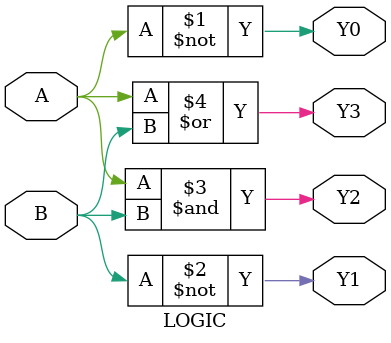
<source format=v>
module LOGIC (
    A,
    B,
    Y0,
    Y1,
    Y2,
    Y3,        
);
    input A, B;
    output Y0, Y1, Y2, Y3;

    assign Y0 = ~A;
    assign Y1 = ~B;
    assign Y2 = A & B;
    assign Y3 = A | B;

endmodule
</source>
